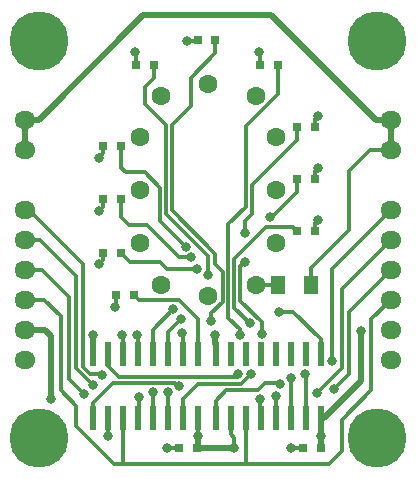
<source format=gbr>
G04 DipTrace 3.1.0.1*
G04 SerialNixieDriver.Top.gbr*
%MOIN*%
G04 #@! TF.FileFunction,Copper,L1,Top*
G04 #@! TF.Part,Single*
G04 #@! TA.AperFunction,Conductor*
%ADD14C,0.011811*%
%ADD15C,0.019685*%
%ADD17R,0.031496X0.031496*%
G04 #@! TA.AperFunction,ComponentPad*
%ADD18O,0.07X0.06*%
%ADD21C,0.062992*%
%ADD22C,0.19685*%
%ADD27R,0.047244X0.062992*%
%ADD28R,0.023622X0.07874*%
G04 #@! TA.AperFunction,ViaPad*
%ADD29C,0.031496*%
%FSLAX26Y26*%
G04*
G70*
G90*
G75*
G01*
G04 Top*
%LPD*%
X997559Y586929D2*
D14*
Y651102D1*
X1047559Y701102D1*
X1193228D1*
X1224724Y732598D1*
X1366457Y1220787D2*
X1378268Y1208976D1*
X1220787Y903465D2*
X1169606Y954646D1*
Y1116063D1*
X1275906Y1222362D1*
X1364882D1*
X1378268Y1208976D1*
X1047559Y799528D2*
Y917638D1*
X984567Y980630D1*
X850709D1*
X834961Y996378D1*
X997559Y799528D2*
Y869213D1*
X996378Y870394D1*
X1043622Y1082992D2*
X945197D1*
X921575Y1106614D1*
X823150D1*
X791654Y1138110D1*
X947559Y799528D2*
Y872756D1*
X992441Y917638D1*
X1023937Y1122362D2*
X984567D1*
X878268Y1228661D1*
X819213D1*
X791654Y1256220D1*
Y1315276D1*
X897559Y799528D2*
Y881811D1*
X964882Y949134D1*
X1008189Y1157795D2*
X921575Y1244409D1*
Y1354646D1*
X870394Y1405827D1*
X807402D1*
X791654Y1421575D1*
Y1492441D1*
X847559Y799528D2*
Y862520D1*
X846772D1*
X1082992Y1063307D2*
Y1126299D1*
X941260Y1268031D1*
Y1563307D1*
X870394Y1634173D1*
Y1689291D1*
X901890Y1720787D1*
Y1764094D1*
X797559Y799528D2*
Y860551D1*
X795591Y862520D1*
X1092835Y911732D2*
Y935354D1*
X1130236Y972756D1*
Y1075118D1*
X1106614Y1098740D1*
Y1134173D1*
X960945Y1279843D1*
Y1564882D1*
X1023937Y1627874D1*
Y1720787D1*
X1106614Y1803465D1*
Y1846772D1*
X747559Y799528D2*
Y760945D1*
X783780Y724724D1*
X1173543D1*
X1181417Y732598D1*
X1189291Y862520D2*
Y882205D1*
X1149921Y921575D1*
Y1232598D1*
X1208976Y1291654D1*
Y1559370D1*
X1315276Y1665669D1*
Y1764094D1*
X1407008Y586929D2*
Y731417D1*
X1405827Y732598D1*
X1260157Y866457D2*
Y905827D1*
X1189291Y976693D1*
Y1092441D1*
X1205039Y1108189D1*
Y1202677D2*
Y1244409D1*
X1228661Y1268031D1*
Y1362520D1*
X1378268Y1512126D1*
Y1555433D1*
X1319213Y941260D2*
X1366457D1*
X1457008Y850709D1*
Y799528D1*
X1287717Y1256220D2*
X1295591D1*
X1378268Y1338898D1*
Y1382205D1*
X1437323Y1208976D2*
Y1236535D1*
X1449134Y1248346D1*
X775906Y996378D2*
Y960945D1*
X771969Y957008D1*
X732598Y1138110D2*
Y1114488D1*
X716850Y1098740D1*
X732598Y1315276D2*
Y1291654D1*
X716850Y1275906D1*
X732598Y1492441D2*
Y1468819D1*
X716850Y1453071D1*
X842835Y1764094D2*
Y1803465D1*
X838898Y1807402D1*
X1047559Y1846772D2*
Y1844409D1*
X1012126D1*
X1256220Y1764094D2*
Y1803465D1*
X1252283Y1807402D1*
X1437323Y1555433D2*
Y1582992D1*
X1449134Y1594803D1*
X1437323Y1382205D2*
Y1409764D1*
X1449134Y1421575D1*
X472756Y1281417D2*
X484567D1*
X665669Y1100315D1*
Y756220D1*
X689291Y732598D1*
X724724D1*
X728661Y728661D1*
X724724Y732598D2*
D3*
X949134Y673543D2*
Y588504D1*
X947559Y586929D1*
X697559Y799528D2*
D15*
X697165Y862520D1*
D14*
Y799921D1*
X697559Y799528D1*
X1107008D2*
D15*
X1106614Y862520D1*
X945197Y486142D2*
D14*
X984567D1*
X1397953D2*
X1358583D1*
X1315276Y1031811D2*
X1240472D1*
X472756Y981417D2*
X536535D1*
X590866Y927087D1*
Y679055D1*
X642047Y627874D1*
Y560945D1*
X768031Y434961D1*
X799528D1*
Y584961D1*
X797559Y586929D1*
X1693228Y981417D2*
X1692441D1*
X1626299Y915276D1*
Y679055D1*
X1527874Y580630D1*
Y476693D1*
X1486142Y434961D1*
X1207008D1*
X799528D1*
X1676299Y981417D2*
X1693228D1*
X1207008Y586929D2*
Y434961D1*
X472756Y1581417D2*
D15*
X516850D1*
X866457Y1931024D1*
X1291654D1*
X1642047Y1580630D1*
X1692441D1*
X1693228Y1581417D1*
X472756D2*
Y1481417D1*
X1693228Y1581417D2*
Y1481417D1*
D14*
X1621575D1*
X1551496Y1411339D1*
Y1214488D1*
X1425512Y1088504D1*
Y1031811D1*
X1107008Y586929D2*
Y644016D1*
X1142047Y679055D1*
X1248346D1*
X1271969Y702677D1*
X1319213D1*
X1323150Y698740D1*
X1496378Y777480D2*
Y1084567D1*
X1693228Y1281417D1*
X472756Y1181417D2*
X521575D1*
X642047Y1060945D1*
Y752283D1*
X657795Y736535D1*
X697165Y697165D1*
X1307402Y661732D2*
Y587323D1*
X1307008Y586929D1*
X1445197Y671181D2*
X1527874Y753858D1*
Y1016063D1*
X1693228Y1181417D1*
X897953Y673543D2*
Y587323D1*
X897559Y586929D1*
X697559D2*
Y638504D1*
X764094Y705039D1*
X972756D1*
X984567Y693228D1*
X1358583Y720787D2*
Y588504D1*
X1357008Y586929D1*
X472756Y1081417D2*
X527087D1*
X618425Y990079D1*
Y716850D1*
X669606Y665669D1*
X850709Y657795D2*
Y590079D1*
X847559Y586929D1*
X1256220Y649921D2*
Y587717D1*
X1257008Y586929D1*
X1500315Y682992D2*
X1551496Y734173D1*
Y939685D1*
X1693228Y1081417D1*
X472756Y881417D2*
D15*
X538110D1*
X559370Y860157D1*
Y651496D1*
X1047559Y525512D2*
D14*
Y586929D1*
Y525512D2*
D15*
Y490079D1*
D14*
X1043622Y486142D1*
D15*
X1169606D1*
X1457008D2*
Y525512D1*
Y586929D1*
X747559D2*
D14*
Y526299D1*
X748346Y525512D1*
X1173543Y482205D2*
X1169606Y486142D1*
Y521575D1*
X1157795Y533386D1*
Y586142D1*
X1157008Y586929D1*
X1457008D2*
D15*
X1467244D1*
X1590866Y710551D1*
Y875906D1*
D29*
X1224724Y732598D3*
X949134Y673543D3*
X1012126Y1844409D3*
X838898Y1807402D3*
X1252283D3*
X1449134Y1594803D3*
X716850Y1453071D3*
X1449134Y1421575D3*
X716850Y1275906D3*
X1287717Y1256220D3*
X1449134Y1248346D3*
X1205039Y1202677D3*
X1008189Y1157795D3*
X1205039Y1108189D3*
X1023937Y1122362D3*
X716850Y1098740D3*
X1043622Y1082992D3*
X1082992Y1063307D3*
X771969Y957008D3*
X964882Y949134D3*
X1319213Y941260D3*
X992441Y917638D3*
X1220787Y903465D3*
X1092835Y911732D3*
X996378Y870394D3*
X1260157Y866457D3*
X697165Y862520D3*
X795591D3*
X846772D3*
X1106614D3*
X1189291D3*
X1496378Y777480D3*
X1181417Y732598D3*
X1405827D3*
X728661Y728661D3*
X1358583Y720787D3*
X1323150Y698740D3*
X697165Y697165D3*
X984567Y693228D3*
X1500315Y682992D3*
X897953Y673543D3*
X1445197Y671181D3*
X669606Y665669D3*
X1307402Y661732D3*
X850709Y657795D3*
X559370Y651496D3*
X1256220Y649921D3*
X1047559Y525512D3*
X1457008D3*
X945197Y486142D3*
X1169606D3*
X1358583D3*
X748346Y525512D3*
X1590866Y875906D3*
X520000Y1919213D3*
Y1765669D3*
X455039Y1805039D3*
Y1883780D3*
X584961Y1805039D3*
Y1883780D3*
X1645984Y1919213D3*
Y1765669D3*
X1581024Y1805039D3*
Y1883780D3*
X1710945Y1805039D3*
Y1883780D3*
X520000Y596378D3*
Y442835D3*
X455039Y482205D3*
Y560945D3*
X584961Y482205D3*
Y560945D3*
X1645984Y596378D3*
Y442835D3*
X1581024Y482205D3*
Y560945D3*
X1710945Y482205D3*
Y560945D3*
D17*
X984567Y486142D3*
X1043622D3*
X1397953D3*
X1457008D3*
D18*
X472756Y1481417D3*
Y1581417D3*
X1693228Y1481417D3*
Y1581417D3*
X472756Y1181417D3*
Y981417D3*
Y1081417D3*
Y1281417D3*
X1693228Y1181417D3*
Y981417D3*
Y1081417D3*
Y1281417D3*
X472756Y781417D3*
Y881417D3*
X1693228Y781417D3*
Y881417D3*
D21*
X1082992Y1701102D3*
X1309370Y1346772D3*
Y1523937D3*
X1082992Y992441D3*
X1309370Y1169606D3*
X1240472Y1031811D3*
Y1661732D3*
X925512D3*
X856614Y1523937D3*
Y1346772D3*
Y1169606D3*
X925512Y1031811D3*
D22*
X520000Y1842835D3*
X1645984D3*
X520000Y520000D3*
X1645984D3*
D17*
X1106614Y1846772D3*
X1047559D3*
X901890Y1764094D3*
X842835D3*
X1315276D3*
X1256220D3*
X1378268Y1555433D3*
X1437323D3*
X791654Y1492441D3*
X732598D3*
X1378268Y1382205D3*
X1437323D3*
X791654Y1315276D3*
X732598D3*
X1378268Y1208976D3*
X1437323D3*
X791654Y1138110D3*
X732598D3*
D27*
X1315276Y1031811D3*
X1425512D3*
D17*
X834961Y996378D3*
X775906D3*
D28*
X1047559Y799528D3*
X997559D3*
X947559D3*
X897559D3*
X847559D3*
X797559D3*
X747559D3*
X697559D3*
Y586929D3*
X747559D3*
X797559D3*
X847559D3*
X897559D3*
X947559D3*
X997559D3*
X1047559D3*
X1457008Y799528D3*
X1407008D3*
X1357008D3*
X1307008D3*
X1257008D3*
X1207008D3*
X1157008D3*
X1107008D3*
Y586929D3*
X1157008D3*
X1207008D3*
X1257008D3*
X1307008D3*
X1357008D3*
X1407008D3*
X1457008D3*
M02*

</source>
